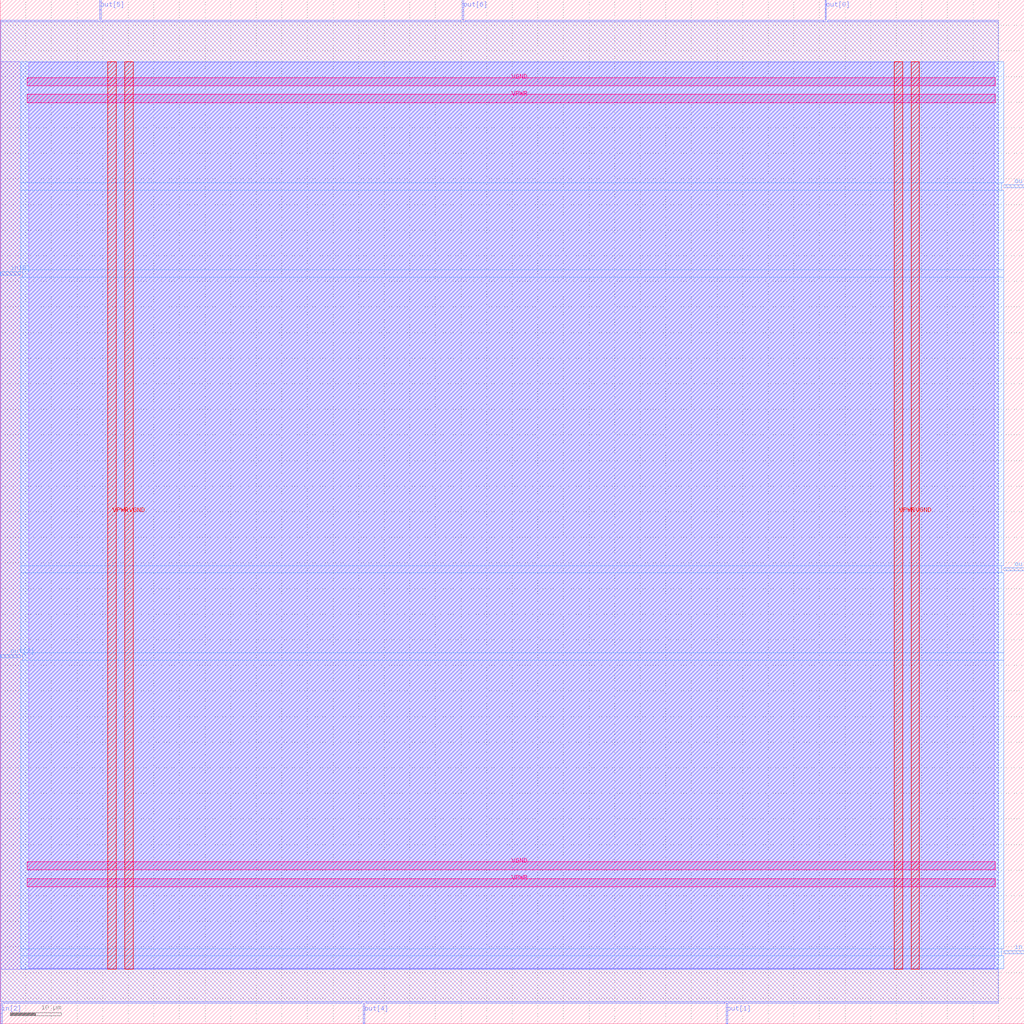
<source format=lef>
VERSION 5.7 ;
  NOWIREEXTENSIONATPIN ON ;
  DIVIDERCHAR "/" ;
  BUSBITCHARS "[]" ;
MACRO decoder3to8
  CLASS BLOCK ;
  FOREIGN decoder3to8 ;
  ORIGIN 0.000 0.000 ;
  SIZE 200.000 BY 200.000 ;
  PIN VGND
    DIRECTION INOUT ;
    USE GROUND ;
    PORT
      LAYER met4 ;
        RECT 24.340 10.640 25.940 187.920 ;
    END
    PORT
      LAYER met4 ;
        RECT 177.940 10.640 179.540 187.920 ;
    END
    PORT
      LAYER met5 ;
        RECT 5.280 30.030 194.360 31.630 ;
    END
    PORT
      LAYER met5 ;
        RECT 5.280 183.210 194.360 184.810 ;
    END
  END VGND
  PIN VPWR
    DIRECTION INOUT ;
    USE POWER ;
    PORT
      LAYER met4 ;
        RECT 21.040 10.640 22.640 187.920 ;
    END
    PORT
      LAYER met4 ;
        RECT 174.640 10.640 176.240 187.920 ;
    END
    PORT
      LAYER met5 ;
        RECT 5.280 26.730 194.360 28.330 ;
    END
    PORT
      LAYER met5 ;
        RECT 5.280 179.910 194.360 181.510 ;
    END
  END VPWR
  PIN in[0]
    DIRECTION INPUT ;
    USE SIGNAL ;
    ANTENNAGATEAREA 0.247500 ;
    PORT
      LAYER met3 ;
        RECT 0.000 146.240 4.000 146.840 ;
    END
  END in[0]
  PIN in[1]
    DIRECTION INPUT ;
    USE SIGNAL ;
    ANTENNAGATEAREA 0.247500 ;
    PORT
      LAYER met3 ;
        RECT 196.000 13.640 200.000 14.240 ;
    END
  END in[1]
  PIN in[2]
    DIRECTION INPUT ;
    USE SIGNAL ;
    ANTENNAGATEAREA 0.247500 ;
    PORT
      LAYER met2 ;
        RECT 0.090 0.000 0.370 4.000 ;
    END
  END in[2]
  PIN out[0]
    DIRECTION OUTPUT TRISTATE ;
    USE SIGNAL ;
    ANTENNADIFFAREA 0.795200 ;
    PORT
      LAYER met2 ;
        RECT 161.090 196.000 161.370 200.000 ;
    END
  END out[0]
  PIN out[1]
    DIRECTION OUTPUT TRISTATE ;
    USE SIGNAL ;
    ANTENNADIFFAREA 0.795200 ;
    PORT
      LAYER met2 ;
        RECT 141.770 0.000 142.050 4.000 ;
    END
  END out[1]
  PIN out[2]
    DIRECTION OUTPUT TRISTATE ;
    USE SIGNAL ;
    ANTENNADIFFAREA 0.795200 ;
    PORT
      LAYER met3 ;
        RECT 0.000 71.440 4.000 72.040 ;
    END
  END out[2]
  PIN out[3]
    DIRECTION OUTPUT TRISTATE ;
    USE SIGNAL ;
    ANTENNADIFFAREA 0.445500 ;
    PORT
      LAYER met3 ;
        RECT 196.000 163.240 200.000 163.840 ;
    END
  END out[3]
  PIN out[4]
    DIRECTION OUTPUT TRISTATE ;
    USE SIGNAL ;
    ANTENNADIFFAREA 0.795200 ;
    PORT
      LAYER met2 ;
        RECT 70.930 0.000 71.210 4.000 ;
    END
  END out[4]
  PIN out[5]
    DIRECTION OUTPUT TRISTATE ;
    USE SIGNAL ;
    ANTENNADIFFAREA 0.795200 ;
    PORT
      LAYER met2 ;
        RECT 19.410 196.000 19.690 200.000 ;
    END
  END out[5]
  PIN out[6]
    DIRECTION OUTPUT TRISTATE ;
    USE SIGNAL ;
    ANTENNADIFFAREA 0.795200 ;
    PORT
      LAYER met2 ;
        RECT 90.250 196.000 90.530 200.000 ;
    END
  END out[6]
  PIN out[7]
    DIRECTION OUTPUT TRISTATE ;
    USE SIGNAL ;
    ANTENNADIFFAREA 0.795200 ;
    PORT
      LAYER met3 ;
        RECT 196.000 88.440 200.000 89.040 ;
    END
  END out[7]
  OBS
      LAYER li1 ;
        RECT 5.520 10.795 194.120 187.765 ;
      LAYER met1 ;
        RECT 0.070 10.640 194.970 187.920 ;
      LAYER met2 ;
        RECT 0.100 195.720 19.130 196.000 ;
        RECT 19.970 195.720 89.970 196.000 ;
        RECT 90.810 195.720 160.810 196.000 ;
        RECT 161.650 195.720 194.950 196.000 ;
        RECT 0.100 4.280 194.950 195.720 ;
        RECT 0.650 4.000 70.650 4.280 ;
        RECT 71.490 4.000 141.490 4.280 ;
        RECT 142.330 4.000 194.950 4.280 ;
      LAYER met3 ;
        RECT 4.000 164.240 196.000 187.845 ;
        RECT 4.000 162.840 195.600 164.240 ;
        RECT 4.000 147.240 196.000 162.840 ;
        RECT 4.400 145.840 196.000 147.240 ;
        RECT 4.000 89.440 196.000 145.840 ;
        RECT 4.000 88.040 195.600 89.440 ;
        RECT 4.000 72.440 196.000 88.040 ;
        RECT 4.400 71.040 196.000 72.440 ;
        RECT 4.000 14.640 196.000 71.040 ;
        RECT 4.000 13.240 195.600 14.640 ;
        RECT 4.000 10.715 196.000 13.240 ;
  END
END decoder3to8
END LIBRARY


</source>
